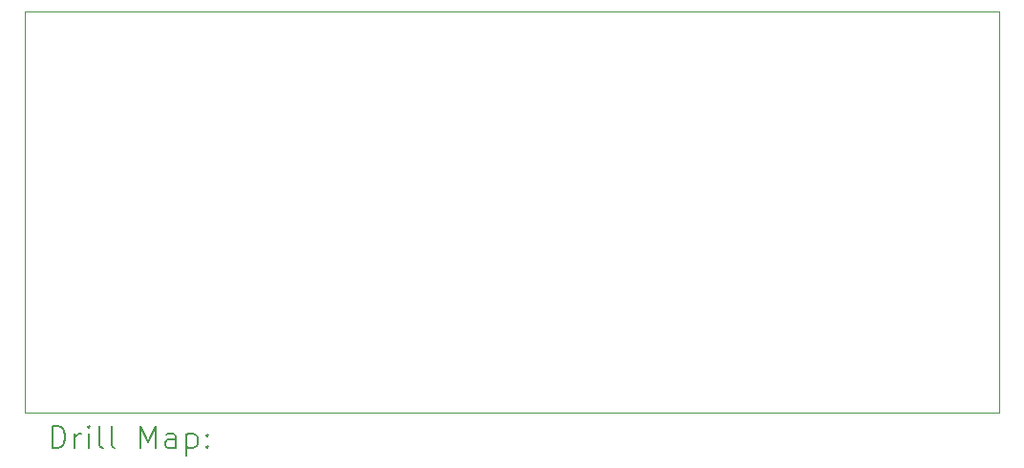
<source format=gbr>
%TF.GenerationSoftware,KiCad,Pcbnew,7.0.2*%
%TF.CreationDate,2023-07-12T23:30:24-04:00*%
%TF.ProjectId,Anti-Spark Switch,416e7469-2d53-4706-9172-6b2053776974,rev?*%
%TF.SameCoordinates,Original*%
%TF.FileFunction,Drillmap*%
%TF.FilePolarity,Positive*%
%FSLAX45Y45*%
G04 Gerber Fmt 4.5, Leading zero omitted, Abs format (unit mm)*
G04 Created by KiCad (PCBNEW 7.0.2) date 2023-07-12 23:30:24*
%MOMM*%
%LPD*%
G01*
G04 APERTURE LIST*
%ADD10C,0.100000*%
%ADD11C,0.200000*%
G04 APERTURE END LIST*
D10*
X10795000Y-8699500D02*
X19431000Y-8699500D01*
X19431000Y-12255500D01*
X10795000Y-12255500D01*
X10795000Y-8699500D01*
D11*
X11037619Y-12573024D02*
X11037619Y-12373024D01*
X11037619Y-12373024D02*
X11085238Y-12373024D01*
X11085238Y-12373024D02*
X11113810Y-12382548D01*
X11113810Y-12382548D02*
X11132857Y-12401595D01*
X11132857Y-12401595D02*
X11142381Y-12420643D01*
X11142381Y-12420643D02*
X11151905Y-12458738D01*
X11151905Y-12458738D02*
X11151905Y-12487309D01*
X11151905Y-12487309D02*
X11142381Y-12525405D01*
X11142381Y-12525405D02*
X11132857Y-12544452D01*
X11132857Y-12544452D02*
X11113810Y-12563500D01*
X11113810Y-12563500D02*
X11085238Y-12573024D01*
X11085238Y-12573024D02*
X11037619Y-12573024D01*
X11237619Y-12573024D02*
X11237619Y-12439690D01*
X11237619Y-12477786D02*
X11247143Y-12458738D01*
X11247143Y-12458738D02*
X11256667Y-12449214D01*
X11256667Y-12449214D02*
X11275714Y-12439690D01*
X11275714Y-12439690D02*
X11294762Y-12439690D01*
X11361428Y-12573024D02*
X11361428Y-12439690D01*
X11361428Y-12373024D02*
X11351905Y-12382548D01*
X11351905Y-12382548D02*
X11361428Y-12392071D01*
X11361428Y-12392071D02*
X11370952Y-12382548D01*
X11370952Y-12382548D02*
X11361428Y-12373024D01*
X11361428Y-12373024D02*
X11361428Y-12392071D01*
X11485238Y-12573024D02*
X11466190Y-12563500D01*
X11466190Y-12563500D02*
X11456667Y-12544452D01*
X11456667Y-12544452D02*
X11456667Y-12373024D01*
X11590000Y-12573024D02*
X11570952Y-12563500D01*
X11570952Y-12563500D02*
X11561428Y-12544452D01*
X11561428Y-12544452D02*
X11561428Y-12373024D01*
X11818571Y-12573024D02*
X11818571Y-12373024D01*
X11818571Y-12373024D02*
X11885238Y-12515881D01*
X11885238Y-12515881D02*
X11951905Y-12373024D01*
X11951905Y-12373024D02*
X11951905Y-12573024D01*
X12132857Y-12573024D02*
X12132857Y-12468262D01*
X12132857Y-12468262D02*
X12123333Y-12449214D01*
X12123333Y-12449214D02*
X12104286Y-12439690D01*
X12104286Y-12439690D02*
X12066190Y-12439690D01*
X12066190Y-12439690D02*
X12047143Y-12449214D01*
X12132857Y-12563500D02*
X12113809Y-12573024D01*
X12113809Y-12573024D02*
X12066190Y-12573024D01*
X12066190Y-12573024D02*
X12047143Y-12563500D01*
X12047143Y-12563500D02*
X12037619Y-12544452D01*
X12037619Y-12544452D02*
X12037619Y-12525405D01*
X12037619Y-12525405D02*
X12047143Y-12506357D01*
X12047143Y-12506357D02*
X12066190Y-12496833D01*
X12066190Y-12496833D02*
X12113809Y-12496833D01*
X12113809Y-12496833D02*
X12132857Y-12487309D01*
X12228095Y-12439690D02*
X12228095Y-12639690D01*
X12228095Y-12449214D02*
X12247143Y-12439690D01*
X12247143Y-12439690D02*
X12285238Y-12439690D01*
X12285238Y-12439690D02*
X12304286Y-12449214D01*
X12304286Y-12449214D02*
X12313809Y-12458738D01*
X12313809Y-12458738D02*
X12323333Y-12477786D01*
X12323333Y-12477786D02*
X12323333Y-12534928D01*
X12323333Y-12534928D02*
X12313809Y-12553976D01*
X12313809Y-12553976D02*
X12304286Y-12563500D01*
X12304286Y-12563500D02*
X12285238Y-12573024D01*
X12285238Y-12573024D02*
X12247143Y-12573024D01*
X12247143Y-12573024D02*
X12228095Y-12563500D01*
X12409048Y-12553976D02*
X12418571Y-12563500D01*
X12418571Y-12563500D02*
X12409048Y-12573024D01*
X12409048Y-12573024D02*
X12399524Y-12563500D01*
X12399524Y-12563500D02*
X12409048Y-12553976D01*
X12409048Y-12553976D02*
X12409048Y-12573024D01*
X12409048Y-12449214D02*
X12418571Y-12458738D01*
X12418571Y-12458738D02*
X12409048Y-12468262D01*
X12409048Y-12468262D02*
X12399524Y-12458738D01*
X12399524Y-12458738D02*
X12409048Y-12449214D01*
X12409048Y-12449214D02*
X12409048Y-12468262D01*
M02*

</source>
